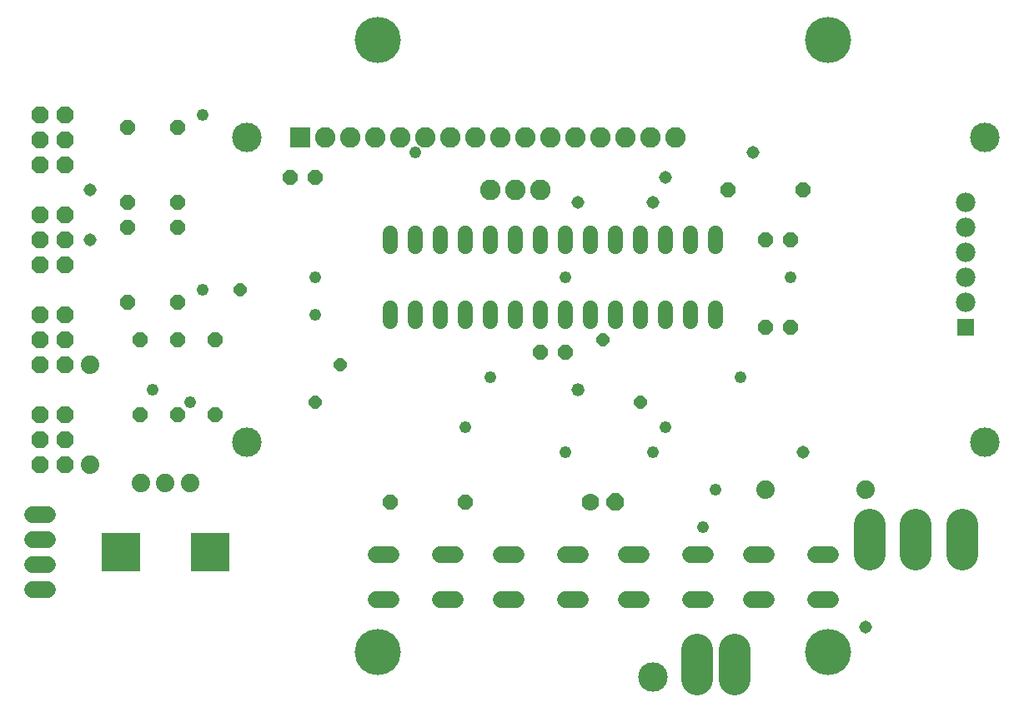
<source format=gbs>
G75*
%MOIN*%
%OFA0B0*%
%FSLAX24Y24*%
%IPPOS*%
%LPD*%
%AMOC8*
5,1,8,0,0,1.08239X$1,22.5*
%
%ADD10C,0.1850*%
%ADD11C,0.1182*%
%ADD12R,0.0820X0.0820*%
%ADD13C,0.0820*%
%ADD14C,0.0600*%
%ADD15OC8,0.0600*%
%ADD16OC8,0.0700*%
%ADD17C,0.0700*%
%ADD18C,0.0740*%
%ADD19R,0.1580X0.1580*%
%ADD20R,0.0674X0.0674*%
%ADD21C,0.0780*%
%ADD22C,0.0680*%
%ADD23OC8,0.0680*%
%ADD24C,0.1265*%
%ADD25C,0.1280*%
%ADD26C,0.0516*%
%ADD27C,0.0480*%
%ADD28C,0.0520*%
%ADD29OC8,0.0516*%
D10*
X022260Y008393D03*
X040260Y008393D03*
X040260Y032893D03*
X022260Y032893D03*
D11*
X016996Y028996D03*
X016996Y016791D03*
X033260Y007393D03*
X046523Y016791D03*
X046523Y028996D03*
D12*
X019161Y028996D03*
D13*
X020161Y028996D03*
X021161Y028996D03*
X022161Y028996D03*
X023161Y028996D03*
X024161Y028996D03*
X025161Y028996D03*
X026161Y028996D03*
X027161Y028996D03*
X028161Y028996D03*
X029161Y028996D03*
X030161Y028996D03*
X031161Y028996D03*
X032161Y028996D03*
X033161Y028996D03*
X034161Y028996D03*
X028760Y026893D03*
X027760Y026893D03*
X026760Y026893D03*
D14*
X026760Y025153D02*
X026760Y024633D01*
X027760Y024633D02*
X027760Y025153D01*
X028760Y025153D02*
X028760Y024633D01*
X029760Y024633D02*
X029760Y025153D01*
X030760Y025153D02*
X030760Y024633D01*
X031760Y024633D02*
X031760Y025153D01*
X032760Y025153D02*
X032760Y024633D01*
X033760Y024633D02*
X033760Y025153D01*
X034760Y025153D02*
X034760Y024633D01*
X035760Y024633D02*
X035760Y025153D01*
X035760Y022153D02*
X035760Y021633D01*
X034760Y021633D02*
X034760Y022153D01*
X033760Y022153D02*
X033760Y021633D01*
X032760Y021633D02*
X032760Y022153D01*
X031760Y022153D02*
X031760Y021633D01*
X030760Y021633D02*
X030760Y022153D01*
X029760Y022153D02*
X029760Y021633D01*
X028760Y021633D02*
X028760Y022153D01*
X027760Y022153D02*
X027760Y021633D01*
X026760Y021633D02*
X026760Y022153D01*
X025760Y022153D02*
X025760Y021633D01*
X024760Y021633D02*
X024760Y022153D01*
X023760Y022153D02*
X023760Y021633D01*
X022760Y021633D02*
X022760Y022153D01*
X022760Y024633D02*
X022760Y025153D01*
X023760Y025153D02*
X023760Y024633D01*
X024760Y024633D02*
X024760Y025153D01*
X025760Y025153D02*
X025760Y024633D01*
D15*
X028760Y020393D03*
X029760Y020393D03*
X037760Y021393D03*
X038760Y021393D03*
X038760Y024893D03*
X037760Y024893D03*
X039260Y026893D03*
X036260Y026893D03*
X025760Y014393D03*
X022760Y014393D03*
X015760Y017893D03*
X014260Y017893D03*
X012760Y017893D03*
X012760Y020893D03*
X014260Y020893D03*
X015760Y020893D03*
X014260Y022393D03*
X012260Y022393D03*
X012260Y025393D03*
X012260Y026393D03*
X014260Y026393D03*
X014260Y025393D03*
X018760Y027393D03*
X019760Y027393D03*
X014260Y029393D03*
X012260Y029393D03*
D16*
X031760Y014393D03*
D17*
X030760Y014393D03*
D18*
X037760Y014893D03*
X041760Y014893D03*
X014744Y015149D03*
X013760Y015149D03*
X012775Y015149D03*
X010760Y015893D03*
X010760Y019893D03*
D19*
X011988Y012393D03*
X015531Y012393D03*
D20*
X045760Y021393D03*
D21*
X045760Y022393D03*
X045760Y023393D03*
X045760Y024393D03*
X045760Y025393D03*
X045760Y026393D03*
D22*
X009060Y010893D02*
X008460Y010893D01*
X008460Y011893D02*
X009060Y011893D01*
X009060Y012893D02*
X008460Y012893D01*
X008460Y013893D02*
X009060Y013893D01*
X022180Y012283D02*
X022780Y012283D01*
X024740Y012283D02*
X025340Y012283D01*
X027180Y012283D02*
X027780Y012283D01*
X029740Y012283D02*
X030340Y012283D01*
X032180Y012283D02*
X032780Y012283D01*
X034740Y012283D02*
X035340Y012283D01*
X037180Y012283D02*
X037780Y012283D01*
X039740Y012283D02*
X040340Y012283D01*
X040340Y010503D02*
X039740Y010503D01*
X037780Y010503D02*
X037180Y010503D01*
X035340Y010503D02*
X034740Y010503D01*
X032780Y010503D02*
X032180Y010503D01*
X030340Y010503D02*
X029740Y010503D01*
X027780Y010503D02*
X027180Y010503D01*
X025340Y010503D02*
X024740Y010503D01*
X022780Y010503D02*
X022180Y010503D01*
D23*
X009760Y015893D03*
X008760Y015893D03*
X008760Y016893D03*
X009760Y016893D03*
X009760Y017893D03*
X008760Y017893D03*
X008760Y019893D03*
X009760Y019893D03*
X009760Y020893D03*
X009760Y021893D03*
X008760Y021893D03*
X008760Y020893D03*
X008760Y023893D03*
X009760Y023893D03*
X009760Y024893D03*
X008760Y024893D03*
X008760Y025893D03*
X009760Y025893D03*
X009760Y027893D03*
X009760Y028893D03*
X008760Y028893D03*
X008760Y027893D03*
X008760Y029893D03*
X009760Y029893D03*
D24*
X035010Y008486D02*
X035010Y007301D01*
X036510Y007301D02*
X036510Y008486D01*
D25*
X041910Y012293D02*
X041910Y013493D01*
X043760Y013493D02*
X043760Y012293D01*
X045610Y012293D02*
X045610Y013493D01*
D26*
X041760Y009393D03*
X039260Y016393D03*
X033260Y026393D03*
X033760Y027393D03*
X030260Y026393D03*
X037260Y028393D03*
X010760Y026893D03*
X010760Y024893D03*
D27*
X015260Y022893D03*
X019760Y023393D03*
X019760Y021893D03*
X014760Y018393D03*
X013260Y018893D03*
X023760Y028393D03*
X029760Y023393D03*
X026760Y019393D03*
X025760Y017393D03*
X029760Y016393D03*
X033260Y016393D03*
X033760Y017393D03*
X035760Y014893D03*
X035260Y013393D03*
X036760Y019393D03*
X038760Y023393D03*
X015260Y029893D03*
D28*
X030260Y018893D03*
D29*
X031260Y020893D03*
X032760Y018393D03*
X020760Y019893D03*
X019760Y018393D03*
X016760Y022893D03*
M02*

</source>
